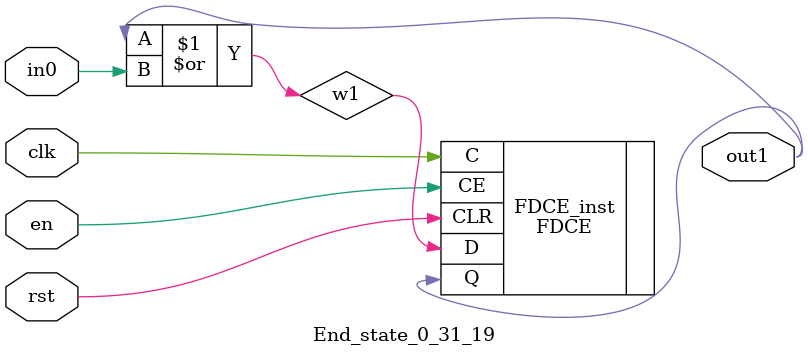
<source format=v>
module engine_0_31(out,clk,sod,en, in_82, in_83, in_84, in_85, in_86, in_87, in_88, in_89, in_90, in_91, in_1, in_25, in_46, in_51, in_57, in_75, in_79, in_81);
//pcre: /^POST\x20\x2fg[ao]lfstream\x26/
//block char: P[0], O[0], S[0], g[0], [ao][1], l[0], f[0], r[0], a[0], m[0], \x20[8], \x2F[8], ^[9], T[0], \x26[8], t[0], e[0], s[0], 

	input clk,sod,en;

	input in_82, in_83, in_84, in_85, in_86, in_87, in_88, in_89, in_90, in_91, in_1, in_25, in_46, in_51, in_57, in_75, in_79, in_81;
	output out;

	assign w0 = 1'b1;
	state_0_31_1 BlockState_0_31_1 (w1,in_46,clk,en,sod,w0);
	state_0_31_2 BlockState_0_31_2 (w2,in_82,clk,en,sod,w1);
	state_0_31_3 BlockState_0_31_3 (w3,in_83,clk,en,sod,w2);
	state_0_31_4 BlockState_0_31_4 (w4,in_84,clk,en,sod,w3);
	state_0_31_5 BlockState_0_31_5 (w5,in_51,clk,en,sod,w4);
	state_0_31_6 BlockState_0_31_6 (w6,in_1,clk,en,sod,w5);
	state_0_31_7 BlockState_0_31_7 (w7,in_25,clk,en,sod,w6);
	state_0_31_8 BlockState_0_31_8 (w8,in_85,clk,en,sod,w7);
	state_0_31_9 BlockState_0_31_9 (w9,in_86,clk,en,sod,w8);
	state_0_31_10 BlockState_0_31_10 (w10,in_87,clk,en,sod,w9);
	state_0_31_11 BlockState_0_31_11 (w11,in_88,clk,en,sod,w10);
	state_0_31_12 BlockState_0_31_12 (w12,in_81,clk,en,sod,w11);
	state_0_31_13 BlockState_0_31_13 (w13,in_75,clk,en,sod,w12);
	state_0_31_14 BlockState_0_31_14 (w14,in_89,clk,en,sod,w13);
	state_0_31_15 BlockState_0_31_15 (w15,in_79,clk,en,sod,w14);
	state_0_31_16 BlockState_0_31_16 (w16,in_90,clk,en,sod,w15);
	state_0_31_17 BlockState_0_31_17 (w17,in_91,clk,en,sod,w16);
	state_0_31_18 BlockState_0_31_18 (w18,in_57,clk,en,sod,w17);
	End_state_0_31_19 BlockState_0_31_19 (out,clk,en,sod,w18);
endmodule

module state_0_31_1(out1,in_char,clk,en,rst,in0);
	input in_char,clk,en,rst,in0;
	output out1;
	wire w1,w2;
	assign w1 = in0; 
	and(w2,in_char,w1);
	FDCE #(.INIT(1'b0)) FDCE_inst (
		.Q(out1),
		.C(clk),
		.CE(en),
		.CLR(rst),
		.D(w2)
);
endmodule

module state_0_31_2(out1,in_char,clk,en,rst,in0);
	input in_char,clk,en,rst,in0;
	output out1;
	wire w1,w2;
	assign w1 = in0; 
	and(w2,in_char,w1);
	FDCE #(.INIT(1'b0)) FDCE_inst (
		.Q(out1),
		.C(clk),
		.CE(en),
		.CLR(rst),
		.D(w2)
);
endmodule

module state_0_31_3(out1,in_char,clk,en,rst,in0);
	input in_char,clk,en,rst,in0;
	output out1;
	wire w1,w2;
	assign w1 = in0; 
	and(w2,in_char,w1);
	FDCE #(.INIT(1'b0)) FDCE_inst (
		.Q(out1),
		.C(clk),
		.CE(en),
		.CLR(rst),
		.D(w2)
);
endmodule

module state_0_31_4(out1,in_char,clk,en,rst,in0);
	input in_char,clk,en,rst,in0;
	output out1;
	wire w1,w2;
	assign w1 = in0; 
	and(w2,in_char,w1);
	FDCE #(.INIT(1'b0)) FDCE_inst (
		.Q(out1),
		.C(clk),
		.CE(en),
		.CLR(rst),
		.D(w2)
);
endmodule

module state_0_31_5(out1,in_char,clk,en,rst,in0);
	input in_char,clk,en,rst,in0;
	output out1;
	wire w1,w2;
	assign w1 = in0; 
	and(w2,in_char,w1);
	FDCE #(.INIT(1'b0)) FDCE_inst (
		.Q(out1),
		.C(clk),
		.CE(en),
		.CLR(rst),
		.D(w2)
);
endmodule

module state_0_31_6(out1,in_char,clk,en,rst,in0);
	input in_char,clk,en,rst,in0;
	output out1;
	wire w1,w2;
	assign w1 = in0; 
	and(w2,in_char,w1);
	FDCE #(.INIT(1'b0)) FDCE_inst (
		.Q(out1),
		.C(clk),
		.CE(en),
		.CLR(rst),
		.D(w2)
);
endmodule

module state_0_31_7(out1,in_char,clk,en,rst,in0);
	input in_char,clk,en,rst,in0;
	output out1;
	wire w1,w2;
	assign w1 = in0; 
	and(w2,in_char,w1);
	FDCE #(.INIT(1'b0)) FDCE_inst (
		.Q(out1),
		.C(clk),
		.CE(en),
		.CLR(rst),
		.D(w2)
);
endmodule

module state_0_31_8(out1,in_char,clk,en,rst,in0);
	input in_char,clk,en,rst,in0;
	output out1;
	wire w1,w2;
	assign w1 = in0; 
	and(w2,in_char,w1);
	FDCE #(.INIT(1'b0)) FDCE_inst (
		.Q(out1),
		.C(clk),
		.CE(en),
		.CLR(rst),
		.D(w2)
);
endmodule

module state_0_31_9(out1,in_char,clk,en,rst,in0);
	input in_char,clk,en,rst,in0;
	output out1;
	wire w1,w2;
	assign w1 = in0; 
	and(w2,in_char,w1);
	FDCE #(.INIT(1'b0)) FDCE_inst (
		.Q(out1),
		.C(clk),
		.CE(en),
		.CLR(rst),
		.D(w2)
);
endmodule

module state_0_31_10(out1,in_char,clk,en,rst,in0);
	input in_char,clk,en,rst,in0;
	output out1;
	wire w1,w2;
	assign w1 = in0; 
	and(w2,in_char,w1);
	FDCE #(.INIT(1'b0)) FDCE_inst (
		.Q(out1),
		.C(clk),
		.CE(en),
		.CLR(rst),
		.D(w2)
);
endmodule

module state_0_31_11(out1,in_char,clk,en,rst,in0);
	input in_char,clk,en,rst,in0;
	output out1;
	wire w1,w2;
	assign w1 = in0; 
	and(w2,in_char,w1);
	FDCE #(.INIT(1'b0)) FDCE_inst (
		.Q(out1),
		.C(clk),
		.CE(en),
		.CLR(rst),
		.D(w2)
);
endmodule

module state_0_31_12(out1,in_char,clk,en,rst,in0);
	input in_char,clk,en,rst,in0;
	output out1;
	wire w1,w2;
	assign w1 = in0; 
	and(w2,in_char,w1);
	FDCE #(.INIT(1'b0)) FDCE_inst (
		.Q(out1),
		.C(clk),
		.CE(en),
		.CLR(rst),
		.D(w2)
);
endmodule

module state_0_31_13(out1,in_char,clk,en,rst,in0);
	input in_char,clk,en,rst,in0;
	output out1;
	wire w1,w2;
	assign w1 = in0; 
	and(w2,in_char,w1);
	FDCE #(.INIT(1'b0)) FDCE_inst (
		.Q(out1),
		.C(clk),
		.CE(en),
		.CLR(rst),
		.D(w2)
);
endmodule

module state_0_31_14(out1,in_char,clk,en,rst,in0);
	input in_char,clk,en,rst,in0;
	output out1;
	wire w1,w2;
	assign w1 = in0; 
	and(w2,in_char,w1);
	FDCE #(.INIT(1'b0)) FDCE_inst (
		.Q(out1),
		.C(clk),
		.CE(en),
		.CLR(rst),
		.D(w2)
);
endmodule

module state_0_31_15(out1,in_char,clk,en,rst,in0);
	input in_char,clk,en,rst,in0;
	output out1;
	wire w1,w2;
	assign w1 = in0; 
	and(w2,in_char,w1);
	FDCE #(.INIT(1'b0)) FDCE_inst (
		.Q(out1),
		.C(clk),
		.CE(en),
		.CLR(rst),
		.D(w2)
);
endmodule

module state_0_31_16(out1,in_char,clk,en,rst,in0);
	input in_char,clk,en,rst,in0;
	output out1;
	wire w1,w2;
	assign w1 = in0; 
	and(w2,in_char,w1);
	FDCE #(.INIT(1'b0)) FDCE_inst (
		.Q(out1),
		.C(clk),
		.CE(en),
		.CLR(rst),
		.D(w2)
);
endmodule

module state_0_31_17(out1,in_char,clk,en,rst,in0);
	input in_char,clk,en,rst,in0;
	output out1;
	wire w1,w2;
	assign w1 = in0; 
	and(w2,in_char,w1);
	FDCE #(.INIT(1'b0)) FDCE_inst (
		.Q(out1),
		.C(clk),
		.CE(en),
		.CLR(rst),
		.D(w2)
);
endmodule

module state_0_31_18(out1,in_char,clk,en,rst,in0);
	input in_char,clk,en,rst,in0;
	output out1;
	wire w1,w2;
	assign w1 = in0; 
	and(w2,in_char,w1);
	FDCE #(.INIT(1'b0)) FDCE_inst (
		.Q(out1),
		.C(clk),
		.CE(en),
		.CLR(rst),
		.D(w2)
);
endmodule

module End_state_0_31_19(out1,clk,en,rst,in0);
	input clk,rst,en,in0;
	output out1;
	wire w1;
	or(w1,out1,in0);
	FDCE #(.INIT(1'b0)) FDCE_inst (
		.Q(out1),
		.C(clk),
		.CE(en),
		.CLR(rst),
		.D(w1)
);
endmodule


</source>
